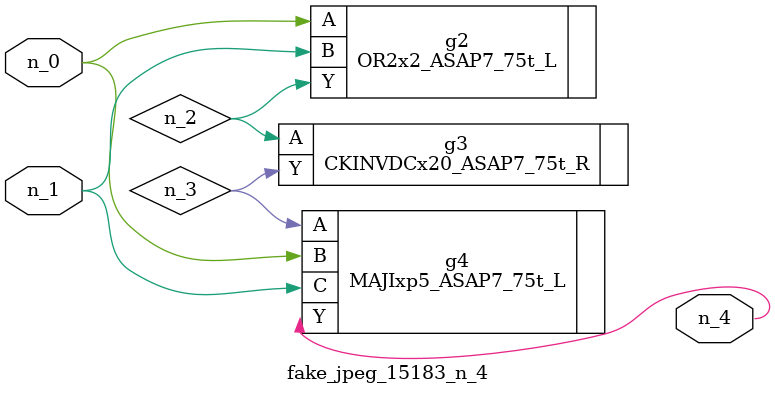
<source format=v>
module fake_jpeg_15183_n_4 (n_0, n_1, n_4);

input n_0;
input n_1;

output n_4;

wire n_2;
wire n_3;

OR2x2_ASAP7_75t_L g2 ( 
.A(n_0),
.B(n_1),
.Y(n_2)
);

CKINVDCx20_ASAP7_75t_R g3 ( 
.A(n_2),
.Y(n_3)
);

MAJIxp5_ASAP7_75t_L g4 ( 
.A(n_3),
.B(n_0),
.C(n_1),
.Y(n_4)
);


endmodule
</source>
